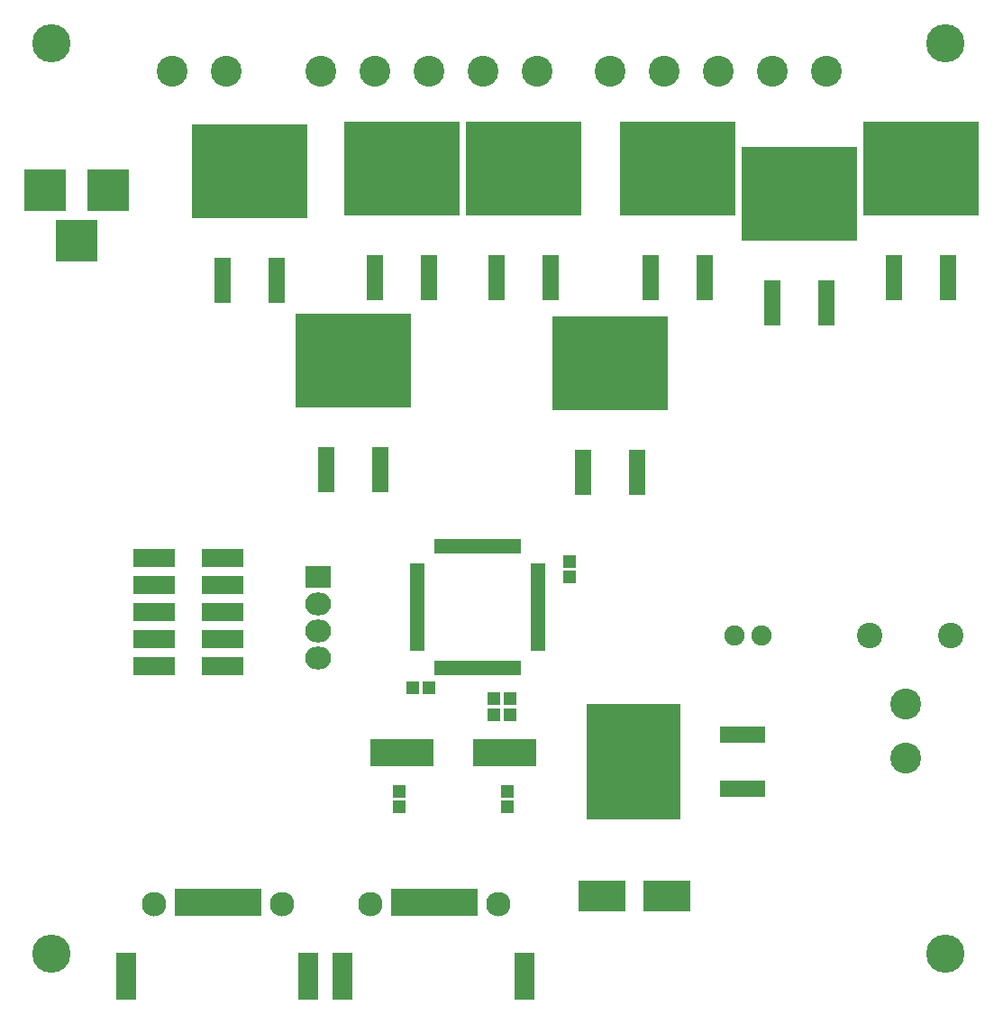
<source format=gts>
G04 #@! TF.FileFunction,Soldermask,Top*
%FSLAX46Y46*%
G04 Gerber Fmt 4.6, Leading zero omitted, Abs format (unit mm)*
G04 Created by KiCad (PCBNEW 4.0.4-stable) date 11/13/16 23:20:29*
%MOMM*%
%LPD*%
G01*
G04 APERTURE LIST*
%ADD10C,0.100000*%
%ADD11R,0.650000X1.400000*%
%ADD12R,1.400000X0.650000*%
%ADD13R,1.600000X4.200000*%
%ADD14R,10.890000X8.780000*%
%ADD15R,4.000000X1.670000*%
%ADD16R,1.900000X4.400000*%
%ADD17C,1.300000*%
%ADD18C,2.300000*%
%ADD19R,1.000000X2.500000*%
%ADD20R,4.200000X1.600000*%
%ADD21R,8.780000X10.890000*%
%ADD22R,3.900120X3.900120*%
%ADD23C,2.900000*%
%ADD24C,3.600000*%
%ADD25R,4.400000X2.900000*%
%ADD26R,1.200000X1.150000*%
%ADD27R,1.150000X1.200000*%
%ADD28R,2.432000X2.127200*%
%ADD29O,2.432000X2.127200*%
%ADD30R,6.000700X2.500580*%
%ADD31C,1.900000*%
%ADD32C,2.400000*%
G04 APERTURE END LIST*
D10*
D11*
X174304000Y-128128000D03*
X174804000Y-128128000D03*
X175304000Y-128128000D03*
X175804000Y-128128000D03*
X176304000Y-128128000D03*
X176804000Y-128128000D03*
X177304000Y-128128000D03*
X177804000Y-128128000D03*
X178304000Y-128128000D03*
X178804000Y-128128000D03*
X179304000Y-128128000D03*
X179804000Y-128128000D03*
X180304000Y-128128000D03*
X180804000Y-128128000D03*
X181304000Y-128128000D03*
X181804000Y-128128000D03*
D12*
X183754000Y-126178000D03*
X183754000Y-125678000D03*
X183754000Y-125178000D03*
X183754000Y-124678000D03*
X183754000Y-124178000D03*
X183754000Y-123678000D03*
X183754000Y-123178000D03*
X183754000Y-122678000D03*
X183754000Y-122178000D03*
X183754000Y-121678000D03*
X183754000Y-121178000D03*
X183754000Y-120678000D03*
X183754000Y-120178000D03*
X183754000Y-119678000D03*
X183754000Y-119178000D03*
X183754000Y-118678000D03*
D11*
X181804000Y-116728000D03*
X181304000Y-116728000D03*
X180804000Y-116728000D03*
X180304000Y-116728000D03*
X179804000Y-116728000D03*
X179304000Y-116728000D03*
X178804000Y-116728000D03*
X178304000Y-116728000D03*
X177804000Y-116728000D03*
X177304000Y-116728000D03*
X176804000Y-116728000D03*
X176304000Y-116728000D03*
X175804000Y-116728000D03*
X175304000Y-116728000D03*
X174804000Y-116728000D03*
X174304000Y-116728000D03*
D12*
X172354000Y-118678000D03*
X172354000Y-119178000D03*
X172354000Y-119678000D03*
X172354000Y-120178000D03*
X172354000Y-120678000D03*
X172354000Y-121178000D03*
X172354000Y-121678000D03*
X172354000Y-122178000D03*
X172354000Y-122678000D03*
X172354000Y-123178000D03*
X172354000Y-123678000D03*
X172354000Y-124178000D03*
X172354000Y-124678000D03*
X172354000Y-125178000D03*
X172354000Y-125678000D03*
X172354000Y-126178000D03*
D13*
X210820000Y-93842500D03*
X205740000Y-93842500D03*
D14*
X208280000Y-83629500D03*
D15*
X147676000Y-117856000D03*
X147676000Y-120396000D03*
X147676000Y-122936000D03*
X147676000Y-125476000D03*
X154076000Y-125476000D03*
X154076000Y-122936000D03*
X154076000Y-120396000D03*
X154076000Y-117856000D03*
X147676000Y-128016000D03*
X154076000Y-128016000D03*
D16*
X145036000Y-157106000D03*
D17*
X145036000Y-157106000D03*
D18*
X147636000Y-150366000D03*
X159626000Y-150366000D03*
D19*
X157236000Y-150126000D03*
X156216000Y-150126000D03*
X155196000Y-150126000D03*
X154176000Y-150126000D03*
X153156000Y-150126000D03*
X152136000Y-150126000D03*
X151116000Y-150126000D03*
X150096000Y-150126000D03*
D17*
X162136000Y-157106000D03*
D16*
X162136000Y-157106000D03*
D20*
X202935500Y-134429500D03*
X202935500Y-139509500D03*
D21*
X192722500Y-136969500D03*
D13*
X184912000Y-91493000D03*
X179832000Y-91493000D03*
D14*
X182372000Y-81280000D03*
D22*
X143360140Y-83312000D03*
X137360660Y-83312000D03*
X140360400Y-88011000D03*
D23*
X218226000Y-131572000D03*
X218226000Y-136652000D03*
D24*
X138000000Y-155000000D03*
X222000000Y-155000000D03*
X222000000Y-69500000D03*
D25*
X189736000Y-149606000D03*
X195836000Y-149606000D03*
D26*
X181090000Y-132588000D03*
X179590000Y-132588000D03*
X181090000Y-131064000D03*
X179590000Y-131064000D03*
D27*
X186690000Y-118122000D03*
X186690000Y-119622000D03*
D26*
X173470000Y-130048000D03*
X171970000Y-130048000D03*
D27*
X170688000Y-141212000D03*
X170688000Y-139712000D03*
X180848000Y-141212000D03*
X180848000Y-139712000D03*
D16*
X165356000Y-157106000D03*
D17*
X165356000Y-157106000D03*
D18*
X167956000Y-150366000D03*
X179946000Y-150366000D03*
D19*
X177556000Y-150126000D03*
X176536000Y-150126000D03*
X175516000Y-150126000D03*
X174496000Y-150126000D03*
X173476000Y-150126000D03*
X172456000Y-150126000D03*
X171436000Y-150126000D03*
X170416000Y-150126000D03*
D17*
X182456000Y-157106000D03*
D16*
X182456000Y-157106000D03*
D23*
X190500000Y-72096000D03*
X195580000Y-72096000D03*
X200660000Y-72096000D03*
X205740000Y-72096000D03*
X210820000Y-72136000D03*
X149352000Y-72096000D03*
X154432000Y-72096000D03*
X163322000Y-72096000D03*
X168402000Y-72096000D03*
X173482000Y-72096000D03*
X178562000Y-72096000D03*
X183642000Y-72136000D03*
D28*
X163068000Y-119634000D03*
D29*
X163068000Y-122174000D03*
X163068000Y-124714000D03*
X163068000Y-127254000D03*
D13*
X193040000Y-109781000D03*
X187960000Y-109781000D03*
D14*
X190500000Y-99568000D03*
D13*
X199390000Y-91493000D03*
X194310000Y-91493000D03*
D14*
X196850000Y-81280000D03*
D13*
X159194000Y-91747000D03*
X154114000Y-91747000D03*
D14*
X156654000Y-81534000D03*
D13*
X168910000Y-109527000D03*
X163830000Y-109527000D03*
D14*
X166370000Y-99314000D03*
D13*
X222250000Y-91493000D03*
X217170000Y-91493000D03*
D14*
X219710000Y-81280000D03*
D13*
X173482000Y-91493000D03*
X168402000Y-91493000D03*
D14*
X170942000Y-81280000D03*
D30*
X170919140Y-136144000D03*
X180616860Y-136144000D03*
D31*
X202184000Y-125098000D03*
X204724000Y-125098000D03*
D32*
X214884000Y-125098000D03*
X222504000Y-125098000D03*
D24*
X138000000Y-69500000D03*
M02*

</source>
